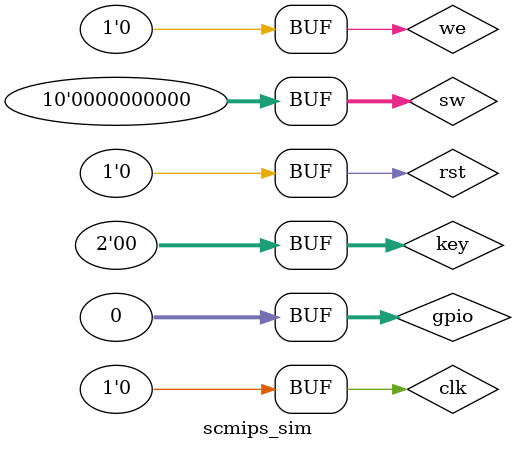
<source format=v>
`timescale 1 ps/ 1 ps


module scmips_sim();
`include "common_param.vh"
   parameter PERIOD=10000;  // (clock period)/2

   // constants
   // general purpose registers
   reg        clk, rst, we;
   reg [1:0]  key;
   reg [9:0]  sw;
   reg [31:0] gpio;

   // wires
   wire [4:0]  ledr;
   wire [7:0]  hex0, hex1, hex2, hex3, hex4, hex5;

   Board board0 (.CLK(clk),
                 .RST(rst),
                 .WE(we),
                 .KEY(key),
                 .SLCT(sw[4:0]),
                 .W_Ins(gpio),
                 .LEDR(ledr),
                 .HEX0(hex0),
                 .HEX1(hex1),
                 .HEX2(hex2),
                 .HEX3(hex3),
                 .HEX4(hex4),
                 .HEX5(hex5));

   always begin
      clk=#(PERIOD) 1'd1;
      clk=#(PERIOD) 1'd0;
   end

   initial
     begin
        we=1'd0; rst=1'd0;
        gpio=32'd0; sw=9'b000000000;
        key=2'b00;
        
        rst=#(PERIOD) 1'd1;
        rst=#(PERIOD) 1'd0;
     end
endmodule

</source>
